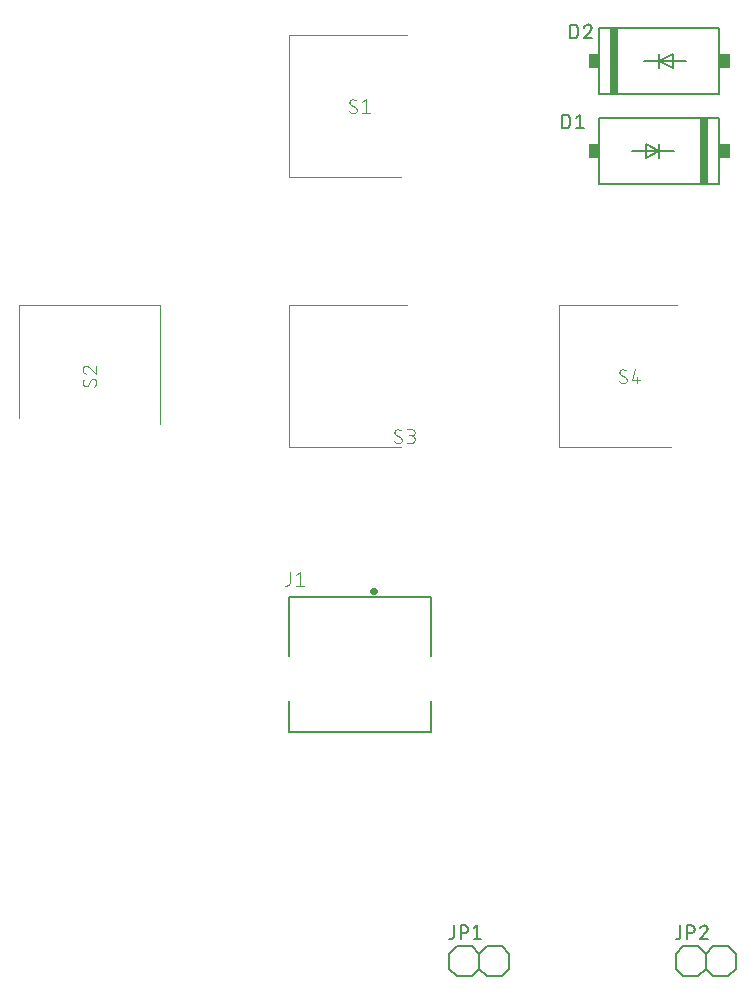
<source format=gbr>
G04 EAGLE Gerber RS-274X export*
G75*
%MOIN*%
%FSLAX34Y34*%
%LPD*%
%INSilkscreen Top*%
%IPPOS*%
%AMOC8*
5,1,8,0,0,1.08239X$1,22.5*%
G01*
%ADD10C,0.006000*%
%ADD11C,0.005000*%
%ADD12C,0.003937*%
%ADD13C,0.004000*%
%ADD14C,0.015748*%
%ADD15R,0.030000X0.220000*%
%ADD16R,0.035000X0.050000*%


D10*
X28300Y3500D02*
X28800Y3500D01*
X29050Y3250D01*
X29050Y2750D01*
X28800Y2500D01*
X28050Y2750D02*
X28050Y3250D01*
X28300Y3500D01*
X28050Y2750D02*
X28300Y2500D01*
X28800Y2500D01*
X29050Y3250D02*
X29300Y3500D01*
X29800Y3500D01*
X30050Y3250D01*
X30050Y2750D01*
X29800Y2500D01*
X29300Y2500D01*
X29050Y2750D01*
D11*
X28195Y3845D02*
X28195Y4195D01*
X28195Y3845D02*
X28193Y3828D01*
X28189Y3811D01*
X28182Y3795D01*
X28172Y3781D01*
X28159Y3768D01*
X28145Y3758D01*
X28129Y3751D01*
X28112Y3747D01*
X28095Y3745D01*
X28045Y3745D01*
X28430Y3745D02*
X28430Y4195D01*
X28555Y4195D01*
X28576Y4193D01*
X28596Y4188D01*
X28614Y4180D01*
X28632Y4169D01*
X28647Y4155D01*
X28660Y4138D01*
X28669Y4120D01*
X28676Y4101D01*
X28680Y4080D01*
X28680Y4060D01*
X28676Y4039D01*
X28669Y4020D01*
X28660Y4002D01*
X28647Y3985D01*
X28632Y3971D01*
X28614Y3960D01*
X28596Y3952D01*
X28576Y3947D01*
X28555Y3945D01*
X28430Y3945D01*
X28995Y4196D02*
X29015Y4194D01*
X29034Y4189D01*
X29052Y4181D01*
X29068Y4170D01*
X29082Y4156D01*
X29093Y4140D01*
X29101Y4122D01*
X29106Y4103D01*
X29108Y4083D01*
X28995Y4195D02*
X28972Y4193D01*
X28950Y4188D01*
X28929Y4179D01*
X28910Y4167D01*
X28892Y4152D01*
X28878Y4135D01*
X28866Y4116D01*
X28857Y4095D01*
X29070Y3995D02*
X29083Y4010D01*
X29094Y4026D01*
X29102Y4044D01*
X29106Y4063D01*
X29108Y4083D01*
X29070Y3995D02*
X28858Y3745D01*
X29108Y3745D01*
D12*
X19075Y33862D02*
X15138Y33862D01*
X15138Y29138D01*
X18878Y29138D01*
D13*
X17308Y31270D02*
X17326Y31272D01*
X17343Y31276D01*
X17359Y31284D01*
X17374Y31294D01*
X17386Y31306D01*
X17396Y31321D01*
X17404Y31337D01*
X17408Y31354D01*
X17410Y31372D01*
X17308Y31270D02*
X17280Y31272D01*
X17252Y31277D01*
X17225Y31287D01*
X17199Y31299D01*
X17176Y31315D01*
X17155Y31334D01*
X17168Y31628D02*
X17170Y31646D01*
X17174Y31663D01*
X17182Y31679D01*
X17192Y31694D01*
X17204Y31706D01*
X17219Y31716D01*
X17235Y31724D01*
X17252Y31728D01*
X17270Y31730D01*
X17295Y31728D01*
X17319Y31724D01*
X17342Y31716D01*
X17365Y31705D01*
X17385Y31692D01*
X17167Y31628D02*
X17169Y31610D01*
X17173Y31593D01*
X17181Y31576D01*
X17191Y31562D01*
X17204Y31549D01*
X17218Y31538D01*
X17359Y31462D02*
X17373Y31451D01*
X17386Y31438D01*
X17396Y31424D01*
X17404Y31407D01*
X17408Y31390D01*
X17410Y31372D01*
X17359Y31462D02*
X17219Y31538D01*
X17590Y31628D02*
X17717Y31730D01*
X17717Y31270D01*
X17590Y31270D02*
X17845Y31270D01*
D12*
X10862Y24862D02*
X10862Y20925D01*
X10862Y24862D02*
X6138Y24862D01*
X6138Y21122D01*
D13*
X8628Y22410D02*
X8646Y22408D01*
X8663Y22404D01*
X8679Y22396D01*
X8694Y22386D01*
X8706Y22374D01*
X8716Y22359D01*
X8724Y22343D01*
X8728Y22326D01*
X8730Y22308D01*
X8728Y22280D01*
X8723Y22252D01*
X8713Y22225D01*
X8701Y22199D01*
X8685Y22176D01*
X8666Y22155D01*
X8372Y22168D02*
X8354Y22170D01*
X8337Y22174D01*
X8321Y22182D01*
X8306Y22192D01*
X8294Y22204D01*
X8284Y22219D01*
X8276Y22235D01*
X8272Y22252D01*
X8270Y22270D01*
X8272Y22295D01*
X8276Y22319D01*
X8284Y22342D01*
X8295Y22365D01*
X8308Y22385D01*
X8372Y22167D02*
X8390Y22169D01*
X8407Y22173D01*
X8424Y22181D01*
X8438Y22191D01*
X8451Y22204D01*
X8462Y22218D01*
X8538Y22359D02*
X8549Y22373D01*
X8562Y22386D01*
X8576Y22396D01*
X8593Y22404D01*
X8610Y22408D01*
X8628Y22410D01*
X8538Y22359D02*
X8462Y22219D01*
X8270Y22730D02*
X8272Y22750D01*
X8277Y22769D01*
X8285Y22788D01*
X8297Y22804D01*
X8311Y22818D01*
X8328Y22830D01*
X8346Y22838D01*
X8365Y22843D01*
X8385Y22845D01*
X8270Y22730D02*
X8272Y22707D01*
X8277Y22684D01*
X8286Y22663D01*
X8298Y22643D01*
X8313Y22625D01*
X8331Y22610D01*
X8351Y22598D01*
X8372Y22589D01*
X8475Y22808D02*
X8460Y22821D01*
X8443Y22832D01*
X8424Y22840D01*
X8405Y22844D01*
X8385Y22846D01*
X8474Y22807D02*
X8730Y22590D01*
X8730Y22845D01*
D12*
X15138Y24862D02*
X19075Y24862D01*
X15138Y24862D02*
X15138Y20138D01*
X18878Y20138D01*
D13*
X18808Y20270D02*
X18826Y20272D01*
X18843Y20276D01*
X18859Y20284D01*
X18874Y20294D01*
X18886Y20306D01*
X18896Y20321D01*
X18904Y20337D01*
X18908Y20354D01*
X18910Y20372D01*
X18808Y20270D02*
X18780Y20272D01*
X18752Y20277D01*
X18725Y20287D01*
X18699Y20299D01*
X18676Y20315D01*
X18655Y20334D01*
X18668Y20628D02*
X18670Y20646D01*
X18674Y20663D01*
X18682Y20679D01*
X18692Y20694D01*
X18704Y20706D01*
X18719Y20716D01*
X18735Y20724D01*
X18752Y20728D01*
X18770Y20730D01*
X18795Y20728D01*
X18819Y20724D01*
X18842Y20716D01*
X18865Y20705D01*
X18885Y20692D01*
X18667Y20628D02*
X18669Y20610D01*
X18673Y20593D01*
X18681Y20576D01*
X18691Y20562D01*
X18704Y20549D01*
X18718Y20538D01*
X18859Y20462D02*
X18873Y20451D01*
X18886Y20438D01*
X18896Y20424D01*
X18904Y20407D01*
X18908Y20390D01*
X18910Y20372D01*
X18859Y20462D02*
X18719Y20538D01*
X19090Y20270D02*
X19217Y20270D01*
X19238Y20272D01*
X19259Y20277D01*
X19278Y20285D01*
X19296Y20297D01*
X19311Y20311D01*
X19324Y20328D01*
X19334Y20347D01*
X19341Y20367D01*
X19345Y20387D01*
X19345Y20409D01*
X19341Y20429D01*
X19334Y20449D01*
X19324Y20468D01*
X19311Y20485D01*
X19296Y20499D01*
X19278Y20511D01*
X19259Y20519D01*
X19238Y20524D01*
X19217Y20526D01*
X19243Y20730D02*
X19090Y20730D01*
X19243Y20730D02*
X19262Y20728D01*
X19280Y20723D01*
X19297Y20715D01*
X19312Y20703D01*
X19324Y20689D01*
X19334Y20673D01*
X19341Y20656D01*
X19345Y20637D01*
X19345Y20619D01*
X19341Y20600D01*
X19334Y20583D01*
X19324Y20567D01*
X19312Y20553D01*
X19297Y20541D01*
X19280Y20533D01*
X19262Y20528D01*
X19243Y20526D01*
X19141Y20526D01*
D12*
X24138Y24862D02*
X28075Y24862D01*
X24138Y24862D02*
X24138Y20138D01*
X27878Y20138D01*
D13*
X26308Y22270D02*
X26326Y22272D01*
X26343Y22276D01*
X26359Y22284D01*
X26374Y22294D01*
X26386Y22306D01*
X26396Y22321D01*
X26404Y22337D01*
X26408Y22354D01*
X26410Y22372D01*
X26308Y22270D02*
X26280Y22272D01*
X26252Y22277D01*
X26225Y22287D01*
X26199Y22299D01*
X26176Y22315D01*
X26155Y22334D01*
X26168Y22628D02*
X26170Y22646D01*
X26174Y22663D01*
X26182Y22679D01*
X26192Y22694D01*
X26204Y22706D01*
X26219Y22716D01*
X26235Y22724D01*
X26252Y22728D01*
X26270Y22730D01*
X26295Y22728D01*
X26319Y22724D01*
X26342Y22716D01*
X26365Y22705D01*
X26385Y22692D01*
X26167Y22628D02*
X26169Y22610D01*
X26173Y22593D01*
X26181Y22576D01*
X26191Y22562D01*
X26204Y22549D01*
X26218Y22538D01*
X26359Y22462D02*
X26373Y22451D01*
X26386Y22438D01*
X26396Y22424D01*
X26404Y22407D01*
X26408Y22390D01*
X26410Y22372D01*
X26359Y22462D02*
X26219Y22538D01*
X26590Y22372D02*
X26692Y22730D01*
X26590Y22372D02*
X26845Y22372D01*
X26769Y22474D02*
X26769Y22270D01*
D10*
X21250Y3500D02*
X20750Y3500D01*
X21250Y3500D02*
X21500Y3250D01*
X21500Y2750D01*
X21250Y2500D01*
X20500Y2750D02*
X20500Y3250D01*
X20750Y3500D01*
X20500Y2750D02*
X20750Y2500D01*
X21250Y2500D01*
X21500Y3250D02*
X21750Y3500D01*
X22250Y3500D01*
X22500Y3250D01*
X22500Y2750D01*
X22250Y2500D01*
X21750Y2500D01*
X21500Y2750D01*
D11*
X20645Y3845D02*
X20645Y4195D01*
X20645Y3845D02*
X20643Y3828D01*
X20639Y3811D01*
X20632Y3795D01*
X20622Y3781D01*
X20609Y3768D01*
X20595Y3758D01*
X20579Y3751D01*
X20562Y3747D01*
X20545Y3745D01*
X20495Y3745D01*
X20880Y3745D02*
X20880Y4195D01*
X21005Y4195D01*
X21026Y4193D01*
X21046Y4188D01*
X21064Y4180D01*
X21082Y4169D01*
X21097Y4155D01*
X21110Y4138D01*
X21119Y4120D01*
X21126Y4101D01*
X21130Y4080D01*
X21130Y4060D01*
X21126Y4039D01*
X21119Y4020D01*
X21110Y4002D01*
X21097Y3985D01*
X21082Y3971D01*
X21064Y3960D01*
X21046Y3952D01*
X21026Y3947D01*
X21005Y3945D01*
X20880Y3945D01*
X21308Y4095D02*
X21433Y4195D01*
X21433Y3745D01*
X21308Y3745D02*
X21558Y3745D01*
X19876Y15144D02*
X15140Y15144D01*
X19876Y15144D02*
X19876Y13185D01*
X19876Y11689D02*
X19876Y10632D01*
X15140Y10632D01*
X15140Y11689D01*
X15140Y13185D02*
X15140Y15144D01*
D14*
X17930Y15343D02*
X17932Y15355D01*
X17937Y15366D01*
X17946Y15375D01*
X17957Y15380D01*
X17969Y15382D01*
X17981Y15380D01*
X17992Y15375D01*
X18001Y15366D01*
X18006Y15355D01*
X18008Y15343D01*
X18006Y15331D01*
X18001Y15320D01*
X17992Y15311D01*
X17981Y15306D01*
X17969Y15304D01*
X17957Y15306D01*
X17946Y15311D01*
X17937Y15320D01*
X17932Y15331D01*
X17930Y15343D01*
D13*
X15176Y15626D02*
X15176Y15985D01*
X15175Y15626D02*
X15173Y15608D01*
X15169Y15591D01*
X15161Y15575D01*
X15151Y15560D01*
X15139Y15548D01*
X15124Y15538D01*
X15108Y15530D01*
X15091Y15526D01*
X15073Y15524D01*
X15022Y15524D01*
X15384Y15882D02*
X15512Y15985D01*
X15512Y15524D01*
X15384Y15524D02*
X15640Y15524D01*
D10*
X27500Y30000D02*
X28000Y30000D01*
X27500Y30000D02*
X27500Y29770D01*
X27500Y30000D02*
X27050Y29770D01*
X27050Y30230D01*
X27500Y30000D01*
X26600Y30000D01*
X27500Y30000D02*
X27500Y30230D01*
X29500Y31100D02*
X29500Y28900D01*
X25500Y28900D02*
X25500Y31100D01*
X25500Y28900D02*
X29500Y28900D01*
X29500Y31100D02*
X25500Y31100D01*
D15*
X29000Y30000D03*
D16*
X29675Y30000D03*
X25325Y30000D03*
D11*
X24260Y30775D02*
X24260Y31225D01*
X24385Y31225D01*
X24405Y31223D01*
X24424Y31219D01*
X24442Y31211D01*
X24458Y31201D01*
X24473Y31188D01*
X24486Y31173D01*
X24496Y31157D01*
X24504Y31139D01*
X24508Y31120D01*
X24510Y31100D01*
X24510Y30900D01*
X24508Y30880D01*
X24504Y30861D01*
X24496Y30843D01*
X24486Y30827D01*
X24473Y30812D01*
X24458Y30799D01*
X24442Y30789D01*
X24424Y30781D01*
X24405Y30777D01*
X24385Y30775D01*
X24260Y30775D01*
X24725Y31125D02*
X24850Y31225D01*
X24850Y30775D01*
X24725Y30775D02*
X24975Y30775D01*
D10*
X27000Y33000D02*
X27500Y33000D01*
X27500Y33230D01*
X27500Y33000D02*
X27950Y33230D01*
X27950Y32770D01*
X27500Y33000D01*
X28400Y33000D01*
X27500Y33000D02*
X27500Y32770D01*
X25500Y31900D02*
X25500Y34100D01*
X29500Y34100D02*
X29500Y31900D01*
X29500Y34100D02*
X25500Y34100D01*
X25500Y31900D02*
X29500Y31900D01*
D15*
X26000Y33000D03*
D16*
X25325Y33000D03*
X29675Y33000D03*
D11*
X24525Y33775D02*
X24525Y34225D01*
X24650Y34225D01*
X24670Y34223D01*
X24689Y34219D01*
X24707Y34211D01*
X24723Y34201D01*
X24738Y34188D01*
X24751Y34173D01*
X24761Y34157D01*
X24769Y34139D01*
X24773Y34120D01*
X24775Y34100D01*
X24775Y33900D01*
X24773Y33880D01*
X24769Y33861D01*
X24761Y33843D01*
X24751Y33827D01*
X24738Y33812D01*
X24723Y33799D01*
X24707Y33789D01*
X24689Y33781D01*
X24670Y33777D01*
X24650Y33775D01*
X24525Y33775D01*
X25128Y34226D02*
X25148Y34224D01*
X25167Y34219D01*
X25185Y34211D01*
X25201Y34200D01*
X25215Y34186D01*
X25226Y34170D01*
X25234Y34152D01*
X25239Y34133D01*
X25241Y34113D01*
X25128Y34225D02*
X25105Y34223D01*
X25083Y34218D01*
X25062Y34209D01*
X25043Y34197D01*
X25025Y34182D01*
X25011Y34165D01*
X24999Y34146D01*
X24990Y34125D01*
X25202Y34025D02*
X25215Y34040D01*
X25226Y34056D01*
X25234Y34074D01*
X25238Y34093D01*
X25240Y34113D01*
X25203Y34025D02*
X24990Y33775D01*
X25240Y33775D01*
M02*

</source>
